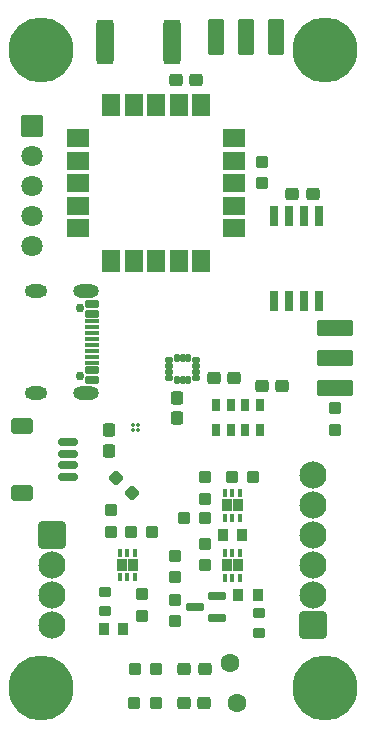
<source format=gbr>
%TF.GenerationSoftware,KiCad,Pcbnew,9.0.2*%
%TF.CreationDate,2025-06-24T10:24:35-05:00*%
%TF.ProjectId,Flight Computer,466c6967-6874-4204-936f-6d7075746572,rev?*%
%TF.SameCoordinates,Original*%
%TF.FileFunction,Soldermask,Top*%
%TF.FilePolarity,Negative*%
%FSLAX46Y46*%
G04 Gerber Fmt 4.6, Leading zero omitted, Abs format (unit mm)*
G04 Created by KiCad (PCBNEW 9.0.2) date 2025-06-24 10:24:35*
%MOMM*%
%LPD*%
G01*
G04 APERTURE LIST*
G04 Aperture macros list*
%AMRoundRect*
0 Rectangle with rounded corners*
0 $1 Rounding radius*
0 $2 $3 $4 $5 $6 $7 $8 $9 X,Y pos of 4 corners*
0 Add a 4 corners polygon primitive as box body*
4,1,4,$2,$3,$4,$5,$6,$7,$8,$9,$2,$3,0*
0 Add four circle primitives for the rounded corners*
1,1,$1+$1,$2,$3*
1,1,$1+$1,$4,$5*
1,1,$1+$1,$6,$7*
1,1,$1+$1,$8,$9*
0 Add four rect primitives between the rounded corners*
20,1,$1+$1,$2,$3,$4,$5,0*
20,1,$1+$1,$4,$5,$6,$7,0*
20,1,$1+$1,$6,$7,$8,$9,0*
20,1,$1+$1,$8,$9,$2,$3,0*%
G04 Aperture macros list end*
%ADD10RoundRect,0.262900X0.262900X-0.275400X0.262900X0.275400X-0.262900X0.275400X-0.262900X-0.275400X0*%
%ADD11RoundRect,0.262900X-0.312900X-0.262900X0.312900X-0.262900X0.312900X0.262900X-0.312900X0.262900X0*%
%ADD12RoundRect,0.262900X-0.262900X0.275400X-0.262900X-0.275400X0.262900X-0.275400X0.262900X0.275400X0*%
%ADD13RoundRect,0.262900X-0.262900X0.325400X-0.262900X-0.325400X0.262900X-0.325400X0.262900X0.325400X0*%
%ADD14RoundRect,0.225400X0.300400X-0.225400X0.300400X0.225400X-0.300400X0.225400X-0.300400X-0.225400X0*%
%ADD15RoundRect,0.050800X0.149600X0.314900X-0.149600X0.314900X-0.149600X-0.314900X0.149600X-0.314900X0*%
%ADD16RoundRect,0.050800X0.355600X-0.495300X0.355600X0.495300X-0.355600X0.495300X-0.355600X-0.495300X0*%
%ADD17RoundRect,0.225400X-0.225400X-0.300400X0.225400X-0.300400X0.225400X0.300400X-0.225400X0.300400X0*%
%ADD18C,3.201600*%
%ADD19C,5.501600*%
%ADD20RoundRect,0.262900X-0.325400X-0.262900X0.325400X-0.262900X0.325400X0.262900X-0.325400X0.262900X0*%
%ADD21C,0.351600*%
%ADD22RoundRect,0.262900X-0.275400X-0.262900X0.275400X-0.262900X0.275400X0.262900X-0.275400X0.262900X0*%
%ADD23RoundRect,0.262900X0.275400X0.262900X-0.275400X0.262900X-0.275400X-0.262900X0.275400X-0.262900X0*%
%ADD24RoundRect,0.000001X-0.750000X0.900000X-0.750000X-0.900000X0.750000X-0.900000X0.750000X0.900000X0*%
%ADD25RoundRect,0.000001X-0.900000X0.750000X-0.900000X-0.750000X0.900000X-0.750000X0.900000X0.750000X0*%
%ADD26RoundRect,0.261545X-0.889255X0.889255X-0.889255X-0.889255X0.889255X-0.889255X0.889255X0.889255X0*%
%ADD27C,2.301600*%
%ADD28RoundRect,0.175400X-0.650400X0.175400X-0.650400X-0.175400X0.650400X-0.175400X0.650400X0.175400X0*%
%ADD29RoundRect,0.271166X-0.679634X0.379634X-0.679634X-0.379634X0.679634X-0.379634X0.679634X0.379634X0*%
%ADD30RoundRect,0.050800X-0.850000X-0.850000X0.850000X-0.850000X0.850000X0.850000X-0.850000X0.850000X0*%
%ADD31C,1.801600*%
%ADD32C,0.751600*%
%ADD33RoundRect,0.175400X-0.450400X0.175400X-0.450400X-0.175400X0.450400X-0.175400X0.450400X0.175400X0*%
%ADD34RoundRect,0.100400X-0.525400X0.100400X-0.525400X-0.100400X0.525400X-0.100400X0.525400X0.100400X0*%
%ADD35O,2.201600X1.101600*%
%ADD36O,1.901600X1.101600*%
%ADD37RoundRect,0.261545X0.889255X-0.889255X0.889255X0.889255X-0.889255X0.889255X-0.889255X-0.889255X0*%
%ADD38RoundRect,0.187900X0.187900X-0.675400X0.187900X0.675400X-0.187900X0.675400X-0.187900X-0.675400X0*%
%ADD39RoundRect,0.225400X0.225400X0.300400X-0.225400X0.300400X-0.225400X-0.300400X0.225400X-0.300400X0*%
%ADD40RoundRect,0.050800X-0.149600X-0.314900X0.149600X-0.314900X0.149600X0.314900X-0.149600X0.314900X0*%
%ADD41RoundRect,0.050800X-0.355600X0.495300X-0.355600X-0.495300X0.355600X-0.495300X0.355600X0.495300X0*%
%ADD42RoundRect,0.112900X-0.250400X-0.112900X0.250400X-0.112900X0.250400X0.112900X-0.250400X0.112900X0*%
%ADD43RoundRect,0.112900X-0.112900X-0.250400X0.112900X-0.250400X0.112900X0.250400X-0.112900X0.250400X0*%
%ADD44RoundRect,0.262900X0.380636X-0.008839X-0.008839X0.380636X-0.380636X0.008839X0.008839X-0.380636X0*%
%ADD45RoundRect,0.202740X-0.473060X-1.348060X0.473060X-1.348060X0.473060X1.348060X-0.473060X1.348060X0*%
%ADD46C,1.601600*%
%ADD47RoundRect,0.175400X0.612900X0.175400X-0.612900X0.175400X-0.612900X-0.175400X0.612900X-0.175400X0*%
%ADD48RoundRect,0.050800X-0.275000X0.475000X-0.275000X-0.475000X0.275000X-0.475000X0.275000X0.475000X0*%
%ADD49RoundRect,0.202740X1.348060X-0.473060X1.348060X0.473060X-1.348060X0.473060X-1.348060X-0.473060X0*%
%ADD50RoundRect,0.268815X-0.456985X-1.631985X0.456985X-1.631985X0.456985X1.631985X-0.456985X1.631985X0*%
G04 APERTURE END LIST*
D10*
%TO.C,R301*%
X125550000Y-87635000D03*
X125550000Y-85810000D03*
%TD*%
D11*
%TO.C,D201*%
X112767500Y-110810000D03*
X114517500Y-110810000D03*
%TD*%
D12*
%TO.C,R707*%
X112000000Y-102047500D03*
X112000000Y-103872500D03*
%TD*%
D13*
%TO.C,C402*%
X112220000Y-84957499D03*
X112220000Y-86682501D03*
%TD*%
D14*
%TO.C,R716*%
X106060000Y-103005000D03*
X106060000Y-101355000D03*
%TD*%
D15*
%TO.C,U702*%
X116226002Y-95079899D03*
X116876001Y-95079900D03*
X117526000Y-95079899D03*
X117526000Y-93000101D03*
X116876001Y-93000100D03*
X116226002Y-93000101D03*
D16*
X116432002Y-94040000D03*
X117320000Y-94040000D03*
%TD*%
D17*
%TO.C,R711*%
X116085000Y-96550000D03*
X117735000Y-96550000D03*
%TD*%
D18*
%TO.C,H504*%
X124700000Y-109500000D03*
D19*
X124700000Y-109500000D03*
%TD*%
D20*
%TO.C,C301*%
X121957500Y-67640000D03*
X123682500Y-67640000D03*
%TD*%
D12*
%TO.C,R710*%
X114590000Y-91657500D03*
X114590000Y-93482500D03*
%TD*%
D21*
%TO.C,U401*%
X108490000Y-87240000D03*
X108890000Y-87240000D03*
X108490000Y-87640000D03*
X108890000Y-87640000D03*
%TD*%
D18*
%TO.C,H501*%
X100700000Y-55500000D03*
D19*
X100700000Y-55500000D03*
%TD*%
D22*
%TO.C,R202*%
X108602500Y-107860000D03*
X110427500Y-107860000D03*
%TD*%
D10*
%TO.C,R713*%
X109270000Y-103375000D03*
X109270000Y-101550000D03*
%TD*%
D23*
%TO.C,R708*%
X118662500Y-91620000D03*
X116837500Y-91620000D03*
%TD*%
D24*
%TO.C,U404*%
X114230000Y-60180000D03*
X112330000Y-60180000D03*
X110430000Y-60180000D03*
X108530000Y-60180000D03*
X106630000Y-60180000D03*
D25*
X103830000Y-62980000D03*
X103830000Y-64880000D03*
X103830000Y-66780000D03*
X103830000Y-68680000D03*
X103830000Y-70580000D03*
D24*
X106630000Y-73380000D03*
X108530000Y-73380000D03*
X110430000Y-73380000D03*
X112330000Y-73380000D03*
X114230000Y-73380000D03*
D25*
X117030000Y-70580000D03*
X117030000Y-68680000D03*
X117030000Y-66780000D03*
X117030000Y-64880000D03*
X117030000Y-62980000D03*
%TD*%
D26*
%TO.C,J504*%
X101640000Y-96580000D03*
D27*
X101640000Y-99120000D03*
X101640000Y-101659999D03*
X101640000Y-104200000D03*
%TD*%
D14*
%TO.C,R703*%
X119180000Y-104825000D03*
X119180000Y-103175000D03*
%TD*%
D28*
%TO.C,J505*%
X102940000Y-88660000D03*
X102940000Y-89660000D03*
X102940000Y-90660000D03*
X102940000Y-91660000D03*
D29*
X99065000Y-87360000D03*
X99065000Y-92960000D03*
%TD*%
D30*
%TO.C,J507*%
X99920000Y-61950000D03*
D31*
X99920000Y-64490000D03*
X99920000Y-67030000D03*
X99920000Y-69570000D03*
X99920000Y-72110000D03*
%TD*%
D32*
%TO.C,J502*%
X103955000Y-77320000D03*
X103955000Y-83100000D03*
D33*
X105030000Y-77010000D03*
X105030000Y-77810000D03*
D34*
X105029999Y-78960000D03*
X105030000Y-79960000D03*
X105030000Y-80460000D03*
X105029999Y-81460000D03*
D33*
X105030000Y-82610000D03*
X105030000Y-83410000D03*
X105030000Y-83410000D03*
X105030000Y-82610000D03*
D34*
X105030000Y-81960000D03*
X105030000Y-80960000D03*
X105030000Y-79460000D03*
X105030000Y-78460000D03*
D33*
X105030000Y-77810000D03*
X105030000Y-77010000D03*
D35*
X104455000Y-75890000D03*
D36*
X100275000Y-75890000D03*
D35*
X104455000Y-84530000D03*
D36*
X100275000Y-84530000D03*
%TD*%
D37*
%TO.C,J503*%
X123700000Y-104200000D03*
D27*
X123700000Y-101660000D03*
X123700000Y-99120001D03*
X123700000Y-96580000D03*
X123700000Y-94040000D03*
X123700000Y-91500000D03*
%TD*%
D20*
%TO.C,C404*%
X119367499Y-83940000D03*
X121092501Y-83940000D03*
%TD*%
D38*
%TO.C,U301*%
X120435000Y-76717500D03*
X121705000Y-76717500D03*
X122975000Y-76717500D03*
X124245000Y-76717500D03*
X124245000Y-69542500D03*
X122975000Y-69542500D03*
X121705000Y-69542500D03*
X120435000Y-69542500D03*
%TD*%
D39*
%TO.C,R706*%
X119035000Y-101600000D03*
X117385000Y-101600000D03*
%TD*%
D40*
%TO.C,U703*%
X108643998Y-98070101D03*
X107993999Y-98070100D03*
X107344000Y-98070101D03*
X107344000Y-100149899D03*
X107993999Y-100149900D03*
X108643998Y-100149899D03*
D41*
X108437998Y-99110000D03*
X107550000Y-99110000D03*
%TD*%
D12*
%TO.C,R704*%
X112000000Y-98315000D03*
X112000000Y-100140000D03*
%TD*%
D42*
%TO.C,U402*%
X111507500Y-81750000D03*
X111507500Y-82250000D03*
X111507500Y-82750000D03*
X111507500Y-83250000D03*
D43*
X112170000Y-83412500D03*
X112670000Y-83412500D03*
X113170000Y-83412500D03*
D42*
X113832500Y-83250000D03*
X113832500Y-82750000D03*
X113832500Y-82250000D03*
X113832500Y-81750000D03*
D43*
X113170000Y-81587500D03*
X112670000Y-81587500D03*
X112170000Y-81587500D03*
%TD*%
D20*
%TO.C,C401*%
X115327500Y-83270000D03*
X117052500Y-83270000D03*
%TD*%
D23*
%TO.C,R715*%
X110115000Y-96270000D03*
X108290000Y-96270000D03*
%TD*%
D12*
%TO.C,R701*%
X114610000Y-97295000D03*
X114610000Y-99120000D03*
%TD*%
D18*
%TO.C,H503*%
X100700000Y-109500000D03*
D19*
X100700000Y-109500000D03*
%TD*%
D10*
%TO.C,R717*%
X106580000Y-96270000D03*
X106580000Y-94445000D03*
%TD*%
D44*
%TO.C,R304*%
X108345235Y-92985235D03*
X107054765Y-91694765D03*
%TD*%
D15*
%TO.C,U701*%
X116226002Y-100159899D03*
X116876001Y-100159900D03*
X117526000Y-100159899D03*
X117526000Y-98080101D03*
X116876001Y-98080100D03*
X116226002Y-98080101D03*
D16*
X116432002Y-99120000D03*
X117320000Y-99120000D03*
%TD*%
D23*
%TO.C,R712*%
X114592500Y-95120000D03*
X112767500Y-95120000D03*
%TD*%
D45*
%TO.C,J506*%
X115470000Y-54350000D03*
X118010000Y-54350000D03*
X120550000Y-54350000D03*
%TD*%
D18*
%TO.C,H502*%
X124700000Y-55500000D03*
D19*
X124700000Y-55500000D03*
%TD*%
D46*
%TO.C,TP201*%
X117250000Y-110800000D03*
%TD*%
D47*
%TO.C,Q701*%
X115600000Y-103580000D03*
X115600000Y-101680000D03*
X113724999Y-102630000D03*
%TD*%
D22*
%TO.C,R201*%
X108585000Y-110810000D03*
X110410000Y-110810000D03*
%TD*%
D48*
%TO.C,U403*%
X119230000Y-85540001D03*
X117980000Y-85540001D03*
X116730000Y-85540001D03*
X115480000Y-85540001D03*
X115480000Y-87690001D03*
X116730000Y-87690001D03*
X117980000Y-87690001D03*
X119230000Y-87690001D03*
%TD*%
D20*
%TO.C,C405*%
X112095000Y-58000000D03*
X113820000Y-58000000D03*
%TD*%
D46*
%TO.C,TP202*%
X116700000Y-107370000D03*
%TD*%
D11*
%TO.C,D202*%
X112800000Y-107860000D03*
X114550000Y-107860000D03*
%TD*%
D12*
%TO.C,R402*%
X119390000Y-64955000D03*
X119390000Y-66780000D03*
%TD*%
D13*
%TO.C,C403*%
X106480000Y-87680000D03*
X106480000Y-89405002D03*
%TD*%
D39*
%TO.C,R714*%
X107645000Y-104490000D03*
X105995000Y-104490000D03*
%TD*%
D49*
%TO.C,J501*%
X125560000Y-79040001D03*
X125560000Y-81580000D03*
X125560000Y-84120000D03*
%TD*%
D50*
%TO.C,J601*%
X106140000Y-54850000D03*
X111790000Y-54850000D03*
%TD*%
M02*

</source>
